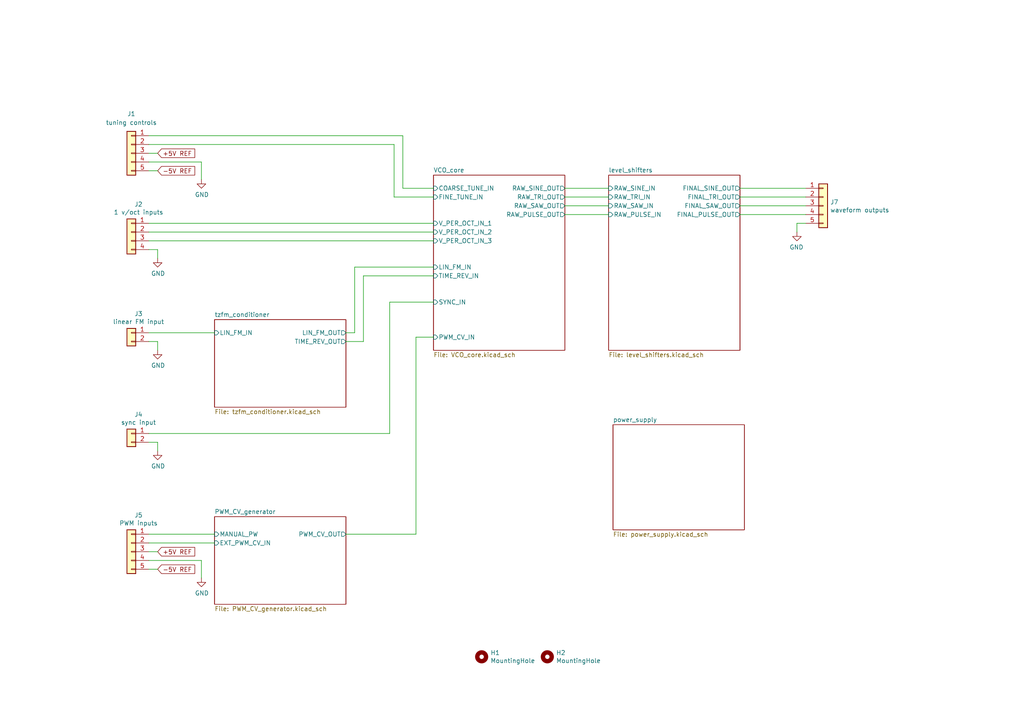
<source format=kicad_sch>
(kicad_sch (version 20211123) (generator eeschema)
  (paper "A4")
  (title_block (title "SSI2130 VCO") (date "2022-06-04") (rev "0") (comment 1 "creativecommons.org/licenses/by/4.0/") (comment 2 "License: CC by 4.0") (comment 3 "Author: Jordan Aceto"))
  (lib_symbols
    (symbol "Connector_Generic:Conn_01x02" (pin_names (offset 1.016) hide)
      (property "Reference" "J" (at 0 2.54 0))
      (property "Value" "Conn_01x02" (at 0 -5.08 0))
      (symbol "Conn_01x02_1_1"
        (rectangle (start -1.27 -2.413) (end 0 -2.667) (stroke (width 0.1524)))
        (rectangle (start -1.27 0.127) (end 0 -0.127) (stroke (width 0.1524)))
        (rectangle (start -1.27 1.27) (end 1.27 -3.81) (stroke (width 0.254)) (fill (type background)))
        (pin passive line (at -5.08 0 0) (length 3.81) (name "Pin_1") (number "1"))
        (pin passive line (at -5.08 -2.54 0) (length 3.81) (name "Pin_2") (number "2"))
      )
    )
    (symbol "Connector_Generic:Conn_01x04" (pin_names (offset 1.016) hide)
      (property "Reference" "J" (at 0 5.08 0))
      (property "Value" "Conn_01x04" (at 0 -7.62 0))
      (symbol "Conn_01x04_1_1"
        (rectangle (start -1.27 -4.953) (end 0 -5.207) (stroke (width 0.1524)))
        (rectangle (start -1.27 -2.413) (end 0 -2.667) (stroke (width 0.1524)))
        (rectangle (start -1.27 0.127) (end 0 -0.127) (stroke (width 0.1524)))
        (rectangle (start -1.27 2.667) (end 0 2.413) (stroke (width 0.1524)))
        (rectangle (start -1.27 3.81) (end 1.27 -6.35) (stroke (width 0.254)) (fill (type background)))
        (pin passive line (at -5.08 2.54 0) (length 3.81) (name "Pin_1") (number "1"))
        (pin passive line (at -5.08 0 0) (length 3.81) (name "Pin_2") (number "2"))
        (pin passive line (at -5.08 -2.54 0) (length 3.81) (name "Pin_3") (number "3"))
        (pin passive line (at -5.08 -5.08 0) (length 3.81) (name "Pin_4") (number "4"))
      )
    )
    (symbol "Connector_Generic:Conn_01x05" (pin_names (offset 1.016) hide)
      (property "Reference" "J" (at 0 7.62 0))
      (property "Value" "Conn_01x05" (at 0 -7.62 0))
      (symbol "Conn_01x05_1_1"
        (rectangle (start -1.27 -4.953) (end 0 -5.207) (stroke (width 0.1524)))
        (rectangle (start -1.27 -2.413) (end 0 -2.667) (stroke (width 0.1524)))
        (rectangle (start -1.27 0.127) (end 0 -0.127) (stroke (width 0.1524)))
        (rectangle (start -1.27 2.667) (end 0 2.413) (stroke (width 0.1524)))
        (rectangle (start -1.27 5.207) (end 0 4.953) (stroke (width 0.1524)))
        (rectangle (start -1.27 6.35) (end 1.27 -6.35) (stroke (width 0.254)) (fill (type background)))
        (pin passive line (at -5.08 5.08 0) (length 3.81) (name "Pin_1") (number "1"))
        (pin passive line (at -5.08 2.54 0) (length 3.81) (name "Pin_2") (number "2"))
        (pin passive line (at -5.08 0 0) (length 3.81) (name "Pin_3") (number "3"))
        (pin passive line (at -5.08 -2.54 0) (length 3.81) (name "Pin_4") (number "4"))
        (pin passive line (at -5.08 -5.08 0) (length 3.81) (name "Pin_5") (number "5"))
      )
    )
    (symbol "Mechanical:MountingHole" (pin_names (offset 1.016))
      (property "Reference" "H" (at 0 5.08 0))
      (property "Value" "MountingHole" (at 0 3.175 0))
      (symbol "MountingHole_0_1"
        (circle (center 0 0) (radius 1.27) (stroke (width 1.27)))
      )
    )
    (symbol "power:GND" (power) (pin_names (offset 0))
      (property "Value" "GND" (at 0 -3.81 0))
      (symbol "GND_0_1"
        (polyline (pts (xy 0 0) (xy 0 -1.27) (xy 1.27 -1.27) (xy 0 -2.54) (xy -1.27 -1.27) (xy 0 -1.27)))
      )
      (symbol "GND_1_1"
        (pin power_in line (at 0 0 270) (length 0) hide (name "GND") (number "1"))
      )
    )
  )
  (wire (pts (xy 125.73 97.79) (xy 120.65 97.79)))
  (wire (pts (xy 113.03 87.63) (xy 125.73 87.63)))
  (wire (pts (xy 113.03 87.63) (xy 113.03 125.73)))
  (wire (pts (xy 125.73 64.77) (xy 43.18 64.77)))
  (wire (pts (xy 116.84 54.61) (xy 116.84 39.37)))
  (wire (pts (xy 114.3 57.15) (xy 114.3 41.91)))
  (wire (pts (xy 45.72 99.06) (xy 43.18 99.06)))
  (wire (pts (xy 125.73 67.31) (xy 43.18 67.31)))
  (wire (pts (xy 114.3 41.91) (xy 43.18 41.91)))
  (wire (pts (xy 45.72 44.45) (xy 43.18 44.45)))
  (wire (pts (xy 120.65 97.79) (xy 120.65 154.94)))
  (wire (pts (xy 45.72 128.27) (xy 43.18 128.27)))
  (wire (pts (xy 43.18 160.02) (xy 45.72 160.02)))
  (wire (pts (xy 125.73 77.47) (xy 102.87 77.47)))
  (wire (pts (xy 58.42 52.07) (xy 58.42 46.99)))
  (wire (pts (xy 45.72 130.81) (xy 45.72 128.27)))
  (wire (pts (xy 58.42 162.56) (xy 43.18 162.56)))
  (wire (pts (xy 45.72 101.6) (xy 45.72 99.06)))
  (wire (pts (xy 100.33 99.06) (xy 105.41 99.06)))
  (wire (pts (xy 233.68 57.15) (xy 214.63 57.15)))
  (wire (pts (xy 120.65 154.94) (xy 100.33 154.94)))
  (wire (pts (xy 125.73 57.15) (xy 114.3 57.15)))
  (wire (pts (xy 102.87 77.47) (xy 102.87 96.52)))
  (wire (pts (xy 45.72 49.53) (xy 43.18 49.53)))
  (wire (pts (xy 214.63 54.61) (xy 233.68 54.61)))
  (wire (pts (xy 231.14 64.77) (xy 233.68 64.77)))
  (wire (pts (xy 163.83 59.69) (xy 176.53 59.69)))
  (wire (pts (xy 176.53 57.15) (xy 163.83 57.15)))
  (wire (pts (xy 125.73 69.85) (xy 43.18 69.85)))
  (wire (pts (xy 43.18 165.1) (xy 45.72 165.1)))
  (wire (pts (xy 62.23 157.48) (xy 43.18 157.48)))
  (wire (pts (xy 43.18 96.52) (xy 62.23 96.52)))
  (wire (pts (xy 116.84 54.61) (xy 125.73 54.61)))
  (wire (pts (xy 58.42 167.64) (xy 58.42 162.56)))
  (wire (pts (xy 58.42 46.99) (xy 43.18 46.99)))
  (wire (pts (xy 43.18 125.73) (xy 113.03 125.73)))
  (wire (pts (xy 231.14 67.31) (xy 231.14 64.77)))
  (wire (pts (xy 43.18 154.94) (xy 62.23 154.94)))
  (wire (pts (xy 105.41 99.06) (xy 105.41 80.01)))
  (wire (pts (xy 102.87 96.52) (xy 100.33 96.52)))
  (wire (pts (xy 45.72 74.93) (xy 45.72 72.39)))
  (wire (pts (xy 116.84 39.37) (xy 43.18 39.37)))
  (wire (pts (xy 176.53 62.23) (xy 163.83 62.23)))
  (wire (pts (xy 45.72 72.39) (xy 43.18 72.39)))
  (wire (pts (xy 105.41 80.01) (xy 125.73 80.01)))
  (wire (pts (xy 163.83 54.61) (xy 176.53 54.61)))
  (wire (pts (xy 214.63 59.69) (xy 233.68 59.69)))
  (wire (pts (xy 233.68 62.23) (xy 214.63 62.23)))
  (global_label "+5V REF" (shape input) (at 45.72 160.02 0) (property "Intersheet References" "${INTERSHEET_REFS}" (effects hide)))
  (global_label "-5V REF" (shape input) (at 45.72 49.53 0) (property "Intersheet References" "${INTERSHEET_REFS}" (effects hide)))
  (global_label "-5V REF" (shape input) (at 45.72 165.1 0) (property "Intersheet References" "${INTERSHEET_REFS}" (effects hide)))
  (global_label "+5V REF" (shape input) (at 45.72 44.45 0) (property "Intersheet References" "${INTERSHEET_REFS}" (effects hide)))
  (symbol (lib_id "Connector_Generic:Conn_01x05") (at 38.1 44.45 0) (mirror y) (unit 1)
    (property "Reference" "J1" (at 38.1 33.02 0))
    (property "Value" "tuning controls" (at 38.1 35.56 0))
    (property "Footprint" "Connector_PinHeader_2.54mm:PinHeader_1x05_P2.54mm_Vertical" (effects hide))
  )
  (symbol (lib_id "power:GND") (at 58.42 52.07 0) (unit 1)
    (property "Reference" "#PWR08" (effects hide))
    (property "Value" "GND" (at 58.547 56.4642 0))
  )
  (symbol (lib_id "Connector_Generic:Conn_01x05") (at 38.1 160.02 0) (mirror y) (unit 1)
    (property "Reference" "J5" (at 40.1828 149.4282 0))
    (property "Value" "PWM inputs" (at 40.1828 151.7396 0))
    (property "Footprint" "Connector_PinHeader_2.54mm:PinHeader_1x05_P2.54mm_Vertical" (effects hide))
  )
  (symbol (lib_id "Connector_Generic:Conn_01x04") (at 38.1 67.31 0) (mirror y) (unit 1)
    (property "Reference" "J2" (at 40.1828 59.2582 0))
    (property "Value" "1 v/oct inputs" (at 40.1828 61.5696 0))
    (property "Footprint" "Connector_PinHeader_2.54mm:PinHeader_1x04_P2.54mm_Vertical" (effects hide))
  )
  (symbol (lib_id "Connector_Generic:Conn_01x05") (at 238.76 59.69 0) (unit 1)
    (property "Reference" "J7" (at 240.792 58.6232 0) (effects (justify left)))
    (property "Value" "waveform outputs" (at 240.792 60.9346 0) (effects (justify left)))
    (property "Footprint" "Connector_PinHeader_2.54mm:PinHeader_1x05_P2.54mm_Vertical" (effects hide))
  )
  (symbol (lib_id "Connector_Generic:Conn_01x02") (at 38.1 125.73 0) (mirror y) (unit 1)
    (property "Reference" "J4" (at 40.1828 120.2182 0))
    (property "Value" "sync input" (at 40.1828 122.5296 0))
    (property "Footprint" "Connector_PinHeader_2.54mm:PinHeader_1x02_P2.54mm_Vertical" (effects hide))
  )
  (symbol (lib_id "Connector_Generic:Conn_01x02") (at 38.1 96.52 0) (mirror y) (unit 1)
    (property "Reference" "J3" (at 40.1828 91.0082 0))
    (property "Value" "linear FM input" (at 40.1828 93.3196 0))
    (property "Footprint" "Connector_PinHeader_2.54mm:PinHeader_1x02_P2.54mm_Vertical" (effects hide))
  )
  (symbol (lib_id "power:GND") (at 45.72 74.93 0) (unit 1)
    (property "Reference" "#PWR01" (effects hide))
    (property "Value" "GND" (at 45.847 79.3242 0))
  )
  (symbol (lib_id "power:GND") (at 45.72 130.81 0) (unit 1)
    (property "Reference" "#PWR03" (effects hide))
    (property "Value" "GND" (at 45.847 135.2042 0))
  )
  (symbol (lib_id "power:GND") (at 45.72 101.6 0) (unit 1)
    (property "Reference" "#PWR02" (effects hide))
    (property "Value" "GND" (at 45.847 105.9942 0))
  )
  (symbol (lib_id "power:GND") (at 231.14 67.31 0) (mirror y) (unit 1)
    (property "Reference" "#PWR010" (effects hide))
    (property "Value" "GND" (at 231.013 71.7042 0))
  )
  (symbol (lib_id "Mechanical:MountingHole") (at 139.7 190.5 0) (unit 1)
    (property "Reference" "H1" (at 142.24 189.3316 0) (effects (justify left)))
    (property "Value" "MountingHole" (at 142.24 191.643 0) (effects (justify left)))
    (property "Footprint" "MountingHole:MountingHole_3.2mm_M3_DIN965_Pad" (effects hide))
  )
  (symbol (lib_id "Mechanical:MountingHole") (at 158.75 190.5 0) (unit 1)
    (property "Reference" "H2" (at 161.29 189.3316 0) (effects (justify left)))
    (property "Value" "MountingHole" (at 161.29 191.643 0) (effects (justify left)))
    (property "Footprint" "MountingHole:MountingHole_3.2mm_M3_DIN965_Pad" (effects hide))
  )
  (symbol (lib_id "power:GND") (at 58.42 167.64 0) (unit 1)
    (property "Reference" "#PWR0102" (effects hide))
    (property "Value" "GND" (at 58.547 172.0342 0))
  )
  (sheet (at 125.73 50.8) (size 38.1 50.8)
    (property "Sheet name" "VCO_core" (at 125.73 50.0884 0) (effects (justify left bottom)))
    (property "Sheet file" "VCO_core.kicad_sch" (at 125.73 102.1846 0) (effects (justify left top)))
    (pin "COARSE_TUNE_IN" input (at 125.73 54.61 180))
    (pin "FINE_TUNE_IN" input (at 125.73 57.15 180))
    (pin "V_PER_OCT_IN_1" input (at 125.73 64.77 180))
    (pin "V_PER_OCT_IN_2" input (at 125.73 67.31 180))
    (pin "V_PER_OCT_IN_3" input (at 125.73 69.85 180))
    (pin "PWM_CV_IN" input (at 125.73 97.79 180))
    (pin "LIN_FM_IN" input (at 125.73 77.47 180))
    (pin "SYNC_IN" input (at 125.73 87.63 180))
    (pin "TIME_REV_IN" input (at 125.73 80.01 180))
    (pin "RAW_TRI_OUT" output (at 163.83 57.15 0))
    (pin "RAW_SINE_OUT" output (at 163.83 54.61 0))
    (pin "RAW_SAW_OUT" output (at 163.83 59.69 0))
    (pin "RAW_PULSE_OUT" output (at 163.83 62.23 0))
  )
  (sheet (at 62.23 92.71) (size 38.1 25.4)
    (property "Sheet name" "tzfm_conditioner" (at 62.23 91.9984 0) (effects (justify left bottom)))
    (property "Sheet file" "tzfm_conditioner.kicad_sch" (at 62.23 118.6946 0) (effects (justify left top)))
    (pin "TIME_REV_OUT" output (at 100.33 99.06 0))
    (pin "LIN_FM_IN" input (at 62.23 96.52 180))
    (pin "LIN_FM_OUT" output (at 100.33 96.52 0))
  )
  (sheet (at 176.53 50.8) (size 38.1 50.8)
    (property "Sheet name" "level_shifters" (at 176.53 50.0884 0) (effects (justify left bottom)))
    (property "Sheet file" "level_shifters.kicad_sch" (at 176.53 102.1846 0) (effects (justify left top)))
    (pin "FINAL_TRI_OUT" output (at 214.63 57.15 0))
    (pin "FINAL_SINE_OUT" output (at 214.63 54.61 0))
    (pin "RAW_PULSE_IN" input (at 176.53 62.23 180))
    (pin "RAW_SAW_IN" input (at 176.53 59.69 180))
    (pin "RAW_TRI_IN" input (at 176.53 57.15 180))
    (pin "RAW_SINE_IN" input (at 176.53 54.61 180))
    (pin "FINAL_PULSE_OUT" output (at 214.63 62.23 0))
    (pin "FINAL_SAW_OUT" output (at 214.63 59.69 0))
  )
  (sheet (at 62.23 149.86) (size 38.1 25.4)
    (property "Sheet name" "PWM_CV_generator" (at 62.23 149.1484 0) (effects (justify left bottom)))
    (property "Sheet file" "PWM_CV_generator.kicad_sch" (at 62.23 175.8446 0) (effects (justify left top)))
    (pin "EXT_PWM_CV_IN" input (at 62.23 157.48 180))
    (pin "MANUAL_PW" input (at 62.23 154.94 180))
    (pin "PWM_CV_OUT" output (at 100.33 154.94 0))
  )
  (sheet (at 177.8 123.19) (size 38.1 30.48)
    (property "Sheet name" "power_supply" (at 177.8 122.4784 0) (effects (justify left bottom)))
    (property "Sheet file" "power_supply.kicad_sch" (at 177.8 154.2546 0) (effects (justify left top)))
  )
)
</source>
